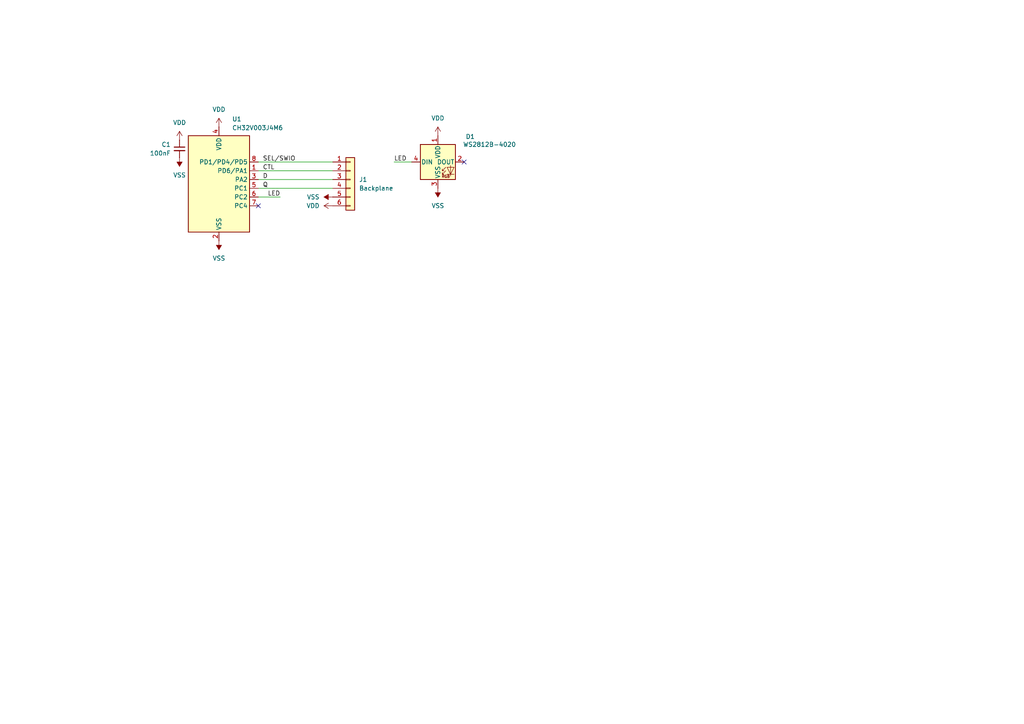
<source format=kicad_sch>
(kicad_sch (version 20231120) (generator "eeschema") (generator_version "8.0")
  (paper "A4")
  (lib_symbols
    (symbol "Connector_Generic:Conn_01x06" (pin_names (offset 1.016) hide)
      (property "Reference" "J" (at 0 7.62 0))
      (property "Value" "Conn_01x06" (at 0 -10.16 0))
      (symbol "Conn_01x06_1_1"
        (rectangle (start -1.27 -7.493) (end 0 -7.747) (stroke (width 0.1524)))
        (rectangle (start -1.27 -4.953) (end 0 -5.207) (stroke (width 0.1524)))
        (rectangle (start -1.27 -2.413) (end 0 -2.667) (stroke (width 0.1524)))
        (rectangle (start -1.27 0.127) (end 0 -0.127) (stroke (width 0.1524)))
        (rectangle (start -1.27 2.667) (end 0 2.413) (stroke (width 0.1524)))
        (rectangle (start -1.27 5.207) (end 0 4.953) (stroke (width 0.1524)))
        (rectangle (start -1.27 6.35) (end 1.27 -8.89) (stroke (width 0.254)) (fill (type background)))
        (pin passive line (at -5.08 5.08 0) (length 3.81) (name "Pin_1") (number "1"))
        (pin passive line (at -5.08 2.54 0) (length 3.81) (name "Pin_2") (number "2"))
        (pin passive line (at -5.08 0 0) (length 3.81) (name "Pin_3") (number "3"))
        (pin passive line (at -5.08 -2.54 0) (length 3.81) (name "Pin_4") (number "4"))
        (pin passive line (at -5.08 -5.08 0) (length 3.81) (name "Pin_5") (number "5"))
        (pin passive line (at -5.08 -7.62 0) (length 3.81) (name "Pin_6") (number "6"))
      )
    )
    (symbol "Device:C_Small" (pin_numbers hide) (pin_names (offset 0.254) hide)
      (property "Reference" "C" (at 0.254 1.778 0))
      (property "Value" "C_Small" (at 0.254 -2.032 0))
      (symbol "C_Small_0_1"
        (polyline (pts (xy -1.524 -0.508) (xy 1.524 -0.508)) (stroke (width 0.3302)))
        (polyline (pts (xy -1.524 0.508) (xy 1.524 0.508)) (stroke (width 0.3048)))
      )
      (symbol "C_Small_1_1"
        (pin passive line (at 0 2.54 270) (length 2.032) (name "~") (number "1"))
        (pin passive line (at 0 -2.54 90) (length 2.032) (name "~") (number "2"))
      )
    )
    (symbol "LED:WS2812B" (pin_names (offset 0.254))
      (property "Reference" "D" (at 5.08 5.715 0))
      (property "Value" "WS2812B" (at 1.27 -5.715 0))
      (symbol "WS2812B_0_0"
        (text "RGB" (at 2.286 -4.191 0) (effects (font (size 0.762 0.762))))
      )
      (symbol "WS2812B_0_1"
        (polyline (pts (xy 1.27 -3.556) (xy 1.778 -3.556)))
        (polyline (pts (xy 1.27 -2.54) (xy 1.778 -2.54)))
        (polyline (pts (xy 4.699 -3.556) (xy 2.667 -3.556)))
        (polyline (pts (xy 2.286 -2.54) (xy 1.27 -3.556) (xy 1.27 -3.048)))
        (polyline (pts (xy 2.286 -1.524) (xy 1.27 -2.54) (xy 1.27 -2.032)))
        (polyline (pts (xy 3.683 -1.016) (xy 3.683 -3.556) (xy 3.683 -4.064)))
        (polyline (pts (xy 4.699 -1.524) (xy 2.667 -1.524) (xy 3.683 -3.556) (xy 4.699 -1.524)))
        (rectangle (start 5.08 5.08) (end -5.08 -5.08) (stroke (width 0.254)) (fill (type background)))
      )
      (symbol "WS2812B_1_1"
        (pin power_in line (at 0 7.62 270) (length 2.54) (name "VDD") (number "1"))
        (pin output line (at 7.62 0 180) (length 2.54) (name "DOUT") (number "2"))
        (pin power_in line (at 0 -7.62 90) (length 2.54) (name "VSS") (number "3"))
        (pin input line (at -7.62 0 0) (length 2.54) (name "DIN") (number "4"))
      )
    )
    (symbol "MCU_WCH_CH32V0:CH32V003JxMx"
      (property "Reference" "U1" (at 2.1941 10.16 0))
      (property "Value" "CH32V003JxMx" (at 2.1941 7.62 0))
      (symbol "CH32V003JxMx_1_1"
        (rectangle (start -8.89 5.08) (end 8.89 -22.86) (stroke (width 0.254)) (fill (type background)))
        (pin bidirectional line (at 11.43 -5.08 180) (length 2.54) (name "PD6/PA1") (number "1"))
        (pin power_in line (at 0 -25.4 90) (length 2.54) (name "VSS") (number "2"))
        (pin bidirectional line (at 11.43 -7.62 180) (length 2.54) (name "PA2") (number "3"))
        (pin power_in line (at 0 7.62 270) (length 2.54) (name "VDD") (number "4"))
        (pin bidirectional line (at 11.43 -10.16 180) (length 2.54) (name "PC1") (number "5"))
        (pin bidirectional line (at 11.43 -12.7 180) (length 2.54) (name "PC2") (number "6"))
        (pin bidirectional line (at 11.43 -15.24 180) (length 2.54) (name "PC4") (number "7"))
        (pin bidirectional line (at 11.43 -2.54 180) (length 2.54) (name "PD1/PD4/PD5") (number "8"))
      )
    )
    (symbol "power:VDD" (power) (pin_numbers hide) (pin_names (offset 0) hide)
      (property "Value" "VDD" (at 0 3.556 0))
      (symbol "VDD_0_1"
        (polyline (pts (xy -0.762 1.27) (xy 0 2.54)))
        (polyline (pts (xy 0 0) (xy 0 2.54)))
        (polyline (pts (xy 0 2.54) (xy 0.762 1.27)))
      )
      (symbol "VDD_1_1"
        (pin power_in line (at 0 0 90) (length 0) (name "~") (number "1"))
      )
    )
    (symbol "power:VSS" (power) (pin_numbers hide) (pin_names (offset 0) hide)
      (property "Value" "VSS" (at 0 3.556 0))
      (symbol "VSS_0_1"
        (polyline (pts (xy 0 0) (xy 0 2.54)))
        (polyline (pts (xy 0.762 1.27) (xy -0.762 1.27) (xy 0 2.54) (xy 0.762 1.27)) (fill (type outline)))
      )
      (symbol "VSS_1_1"
        (pin power_in line (at 0 0 90) (length 0) (name "~") (number "1"))
      )
    )
  )
  (no_connect (at 74.93 59.69))
  (no_connect (at 134.62 46.99))
  (wire (pts (xy 74.93 49.53) (xy 96.52 49.53)))
  (wire (pts (xy 114.3 46.99) (xy 119.38 46.99)))
  (wire (pts (xy 74.93 57.15) (xy 81.28 57.15)))
  (wire (pts (xy 74.93 52.07) (xy 96.52 52.07)))
  (wire (pts (xy 74.93 54.61) (xy 96.52 54.61)))
  (wire (pts (xy 74.93 46.99) (xy 96.52 46.99)))
  (label "D" (at 76.2 52.07 0))
  (label "SEL{slash}SWIO" (at 76.2 46.99 0))
  (label "LED" (at 114.3 46.99 0))
  (label "Q" (at 76.2 54.61 0))
  (label "CTL" (at 76.2 49.53 0))
  (label "LED" (at 81.28 57.15 180))
  (symbol (lib_id "MCU_WCH_CH32V0:CH32V003JxMx") (at 63.5 44.45 0) (unit 1)
    (property "Reference" "U1" (at 67.31 34.544 0) (effects (justify left)))
    (property "Value" "CH32V003J4M6" (at 67.31 37.084 0) (effects (justify left)))
    (property "Footprint" "Package_SO:SOP-8_3.9x4.9mm_P1.27mm" (effects (hide yes)))
    (property "Datasheet" "https://www.wch-ic.com/products/CH32V003.html" (effects (hide yes)))
    (property "Description" "CH32V003 series are industrial-grade general-purpose microcontrollers designed based on 32-bit RISC-V instruction set and architecture. It adopts QingKe V2A core, RV32EC instruction set, and supports 2 levels of interrupt nesting. The series are mounted with rich peripheral interfaces and function modules. Its internal organizational structure meets the low-cost and low-power embedded application scenarios." (effects (hide yes)))
    (property "LCSC" "C5346354" (effects (hide yes)))
    (property "Manufacturer" "WCH" (effects (hide yes)))
    (property "Part Number" "CH32V003J4M6" (effects (hide yes)))
  )
  (symbol (lib_id "power:VSS") (at 96.52 57.15 90) (unit 1)
    (property "Reference" "#PWR06" (effects (hide yes)))
    (property "Value" "VSS" (at 92.71 57.1499 90) (effects (justify left)))
    (property "Description" "Power symbol creates a global label with name \"VSS\"" (effects (hide yes)))
  )
  (symbol (lib_id "power:VSS") (at 127 54.61 180) (unit 1)
    (property "Reference" "#PWR08" (effects (hide yes)))
    (property "Value" "VSS" (at 127 59.69 0))
    (property "Description" "Power symbol creates a global label with name \"VSS\"" (effects (hide yes)))
  )
  (symbol (lib_id "power:VDD") (at 63.5 36.83 0) (unit 1)
    (property "Reference" "#PWR01" (effects (hide yes)))
    (property "Value" "VDD" (at 63.5 31.75 0))
    (property "Description" "Power symbol creates a global label with name \"VDD\"" (effects (hide yes)))
  )
  (symbol (lib_id "power:VDD") (at 52.07 40.64 0) (mirror y) (unit 1)
    (property "Reference" "#PWR03" (effects (hide yes)))
    (property "Value" "VDD" (at 52.07 35.56 0))
    (property "Description" "Power symbol creates a global label with name \"VDD\"" (effects (hide yes)))
  )
  (symbol (lib_id "Device:C_Small") (at 52.07 43.18 0) (mirror y) (unit 1)
    (property "Reference" "C1" (at 49.53 41.9162 0) (effects (justify left)))
    (property "Value" "100nF" (at 49.53 44.4562 0) (effects (justify left)))
    (property "Footprint" "Capacitor_SMD:C_0402_1005Metric" (effects (hide yes)))
    (property "Description" "Unpolarized capacitor, small symbol" (effects (hide yes)))
  )
  (symbol (lib_id "power:VDD") (at 127 39.37 0) (unit 1)
    (property "Reference" "#PWR07" (effects (hide yes)))
    (property "Value" "VDD" (at 127 34.29 0))
    (property "Description" "Power symbol creates a global label with name \"VDD\"" (effects (hide yes)))
  )
  (symbol (lib_id "power:VSS") (at 52.07 45.72 0) (mirror x) (unit 1)
    (property "Reference" "#PWR04" (effects (hide yes)))
    (property "Value" "VSS" (at 52.07 50.8 0))
    (property "Description" "Power symbol creates a global label with name \"VSS\"" (effects (hide yes)))
  )
  (symbol (lib_id "power:VDD") (at 96.52 59.69 90) (unit 1)
    (property "Reference" "#PWR05" (effects (hide yes)))
    (property "Value" "VDD" (at 92.71 59.6899 90) (effects (justify left)))
    (property "Description" "Power symbol creates a global label with name \"VDD\"" (effects (hide yes)))
  )
  (symbol (lib_id "Connector_Generic:Conn_01x06") (at 101.6 52.07 0) (unit 1)
    (property "Reference" "J1" (at 104.14 52.0699 0) (effects (justify left)))
    (property "Value" "Backplane" (at 104.14 54.6099 0) (effects (justify left)))
    (property "Footprint" "agausmann:Conn_HCTL_PZ254-2-03-WS" (effects (hide yes)))
    (property "Description" "Generic connector, single row, 01x06, script generated (kicad-library-utils/schlib/autogen/connector/)" (effects (hide yes)))
    (property "LCSC" "C5149353" (effects (hide yes)))
    (property "Manufacturer" "HCTL" (effects (hide yes)))
    (property "Part Number" "PZ254-2-03-WS" (effects (hide yes)))
  )
  (symbol (lib_id "LED:WS2812B") (at 127 46.99 0) (unit 1)
    (property "Reference" "D1" (at 136.398 39.624 0))
    (property "Value" "WS2812B-4020" (at 141.986 41.91 0))
    (property "Footprint" "LED_SMD:LED_WS2812B_PLCC4_5.0x5.0mm_P3.2mm" (effects (hide yes)))
    (property "Datasheet" "https://cdn-shop.adafruit.com/datasheets/WS2812B.pdf" (effects (hide yes)))
    (property "Description" "RGB LED with integrated controller" (effects (hide yes)))
  )
  (symbol (lib_id "power:VSS") (at 63.5 69.85 180) (unit 1)
    (property "Reference" "#PWR02" (effects (hide yes)))
    (property "Value" "VSS" (at 63.5 74.93 0))
    (property "Description" "Power symbol creates a global label with name \"VSS\"" (effects (hide yes)))
  )
)
</source>
